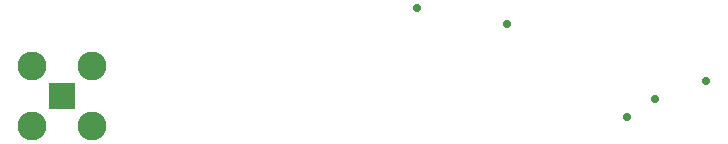
<source format=gbs>
G04*
G04 #@! TF.GenerationSoftware,Altium Limited,Altium Designer,20.1.7 (139)*
G04*
G04 Layer_Color=16711935*
%FSLAX43Y43*%
%MOMM*%
G71*
G04*
G04 #@! TF.SameCoordinates,6177D0A9-487A-4126-AA2D-7D1D30F1A86E*
G04*
G04*
G04 #@! TF.FilePolarity,Negative*
G04*
G01*
G75*
%ADD28R,2.303X2.303*%
%ADD29C,2.453*%
%ADD30C,0.703*%
D28*
X10835Y30890D02*
D03*
D29*
X8285Y28340D02*
D03*
X13385D02*
D03*
Y33440D02*
D03*
X8285D02*
D03*
D30*
X65391Y32124D02*
D03*
X61087Y30607D02*
D03*
X58674Y29083D02*
D03*
X40894Y38354D02*
D03*
X48500Y37000D02*
D03*
M02*

</source>
